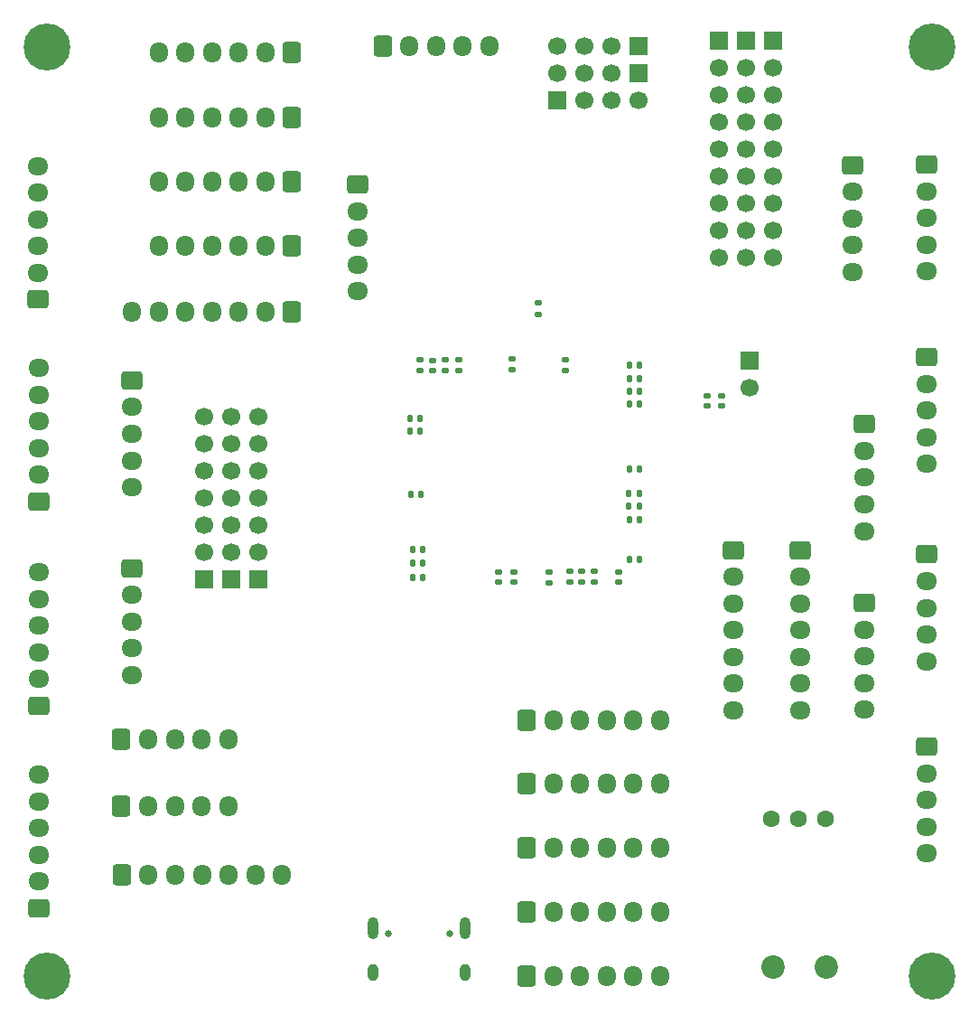
<source format=gbr>
%TF.GenerationSoftware,KiCad,Pcbnew,9.0.4-9.0.4-0~ubuntu24.04.1*%
%TF.CreationDate,2025-09-24T00:09:48+02:00*%
%TF.ProjectId,CarteMere,43617274-654d-4657-9265-2e6b69636164,rev?*%
%TF.SameCoordinates,Original*%
%TF.FileFunction,Soldermask,Bot*%
%TF.FilePolarity,Negative*%
%FSLAX46Y46*%
G04 Gerber Fmt 4.6, Leading zero omitted, Abs format (unit mm)*
G04 Created by KiCad (PCBNEW 9.0.4-9.0.4-0~ubuntu24.04.1) date 2025-09-24 00:09:48*
%MOMM*%
%LPD*%
G01*
G04 APERTURE LIST*
G04 Aperture macros list*
%AMRoundRect*
0 Rectangle with rounded corners*
0 $1 Rounding radius*
0 $2 $3 $4 $5 $6 $7 $8 $9 X,Y pos of 4 corners*
0 Add a 4 corners polygon primitive as box body*
4,1,4,$2,$3,$4,$5,$6,$7,$8,$9,$2,$3,0*
0 Add four circle primitives for the rounded corners*
1,1,$1+$1,$2,$3*
1,1,$1+$1,$4,$5*
1,1,$1+$1,$6,$7*
1,1,$1+$1,$8,$9*
0 Add four rect primitives between the rounded corners*
20,1,$1+$1,$2,$3,$4,$5,0*
20,1,$1+$1,$4,$5,$6,$7,0*
20,1,$1+$1,$6,$7,$8,$9,0*
20,1,$1+$1,$8,$9,$2,$3,0*%
G04 Aperture macros list end*
%ADD10RoundRect,0.250000X-0.600000X-0.725000X0.600000X-0.725000X0.600000X0.725000X-0.600000X0.725000X0*%
%ADD11O,1.700000X1.950000*%
%ADD12RoundRect,0.250000X-0.725000X0.600000X-0.725000X-0.600000X0.725000X-0.600000X0.725000X0.600000X0*%
%ADD13O,1.950000X1.700000*%
%ADD14R,1.700000X1.700000*%
%ADD15C,1.700000*%
%ADD16RoundRect,0.250000X0.725000X-0.600000X0.725000X0.600000X-0.725000X0.600000X-0.725000X-0.600000X0*%
%ADD17RoundRect,0.250000X0.600000X0.725000X-0.600000X0.725000X-0.600000X-0.725000X0.600000X-0.725000X0*%
%ADD18C,4.400000*%
%ADD19C,0.650000*%
%ADD20O,1.000000X2.100000*%
%ADD21O,1.000000X1.600000*%
%ADD22C,1.600000*%
%ADD23C,2.200000*%
%ADD24RoundRect,0.140000X-0.170000X0.140000X-0.170000X-0.140000X0.170000X-0.140000X0.170000X0.140000X0*%
%ADD25RoundRect,0.140000X0.170000X-0.140000X0.170000X0.140000X-0.170000X0.140000X-0.170000X-0.140000X0*%
%ADD26RoundRect,0.140000X-0.140000X-0.170000X0.140000X-0.170000X0.140000X0.170000X-0.140000X0.170000X0*%
%ADD27RoundRect,0.140000X0.140000X0.170000X-0.140000X0.170000X-0.140000X-0.170000X0.140000X-0.170000X0*%
%ADD28RoundRect,0.135000X-0.185000X0.135000X-0.185000X-0.135000X0.185000X-0.135000X0.185000X0.135000X0*%
%ADD29RoundRect,0.135000X0.185000X-0.135000X0.185000X0.135000X-0.185000X0.135000X-0.185000X-0.135000X0*%
%ADD30RoundRect,0.135000X-0.135000X-0.185000X0.135000X-0.185000X0.135000X0.185000X-0.135000X0.185000X0*%
G04 APERTURE END LIST*
D10*
%TO.C,J4*%
X104140000Y-131530000D03*
D11*
X106640000Y-131530000D03*
X109140000Y-131530000D03*
X111640000Y-131530000D03*
X114140000Y-131530000D03*
X116640000Y-131530000D03*
X119140000Y-131530000D03*
%TD*%
D12*
%TO.C,J46*%
X179600000Y-65000000D03*
D13*
X179600000Y-67500000D03*
X179600000Y-70000000D03*
X179600000Y-72500000D03*
X179600000Y-75000000D03*
%TD*%
D10*
%TO.C,J42*%
X104100000Y-118800000D03*
D11*
X106600000Y-118800000D03*
X109100000Y-118800000D03*
X111600000Y-118800000D03*
X114100000Y-118800000D03*
%TD*%
D14*
%TO.C,J39*%
X165180000Y-53380000D03*
D15*
X165180000Y-55920000D03*
X165180000Y-58460000D03*
X165180000Y-61000000D03*
X165180000Y-63540000D03*
X165180000Y-66080000D03*
X165180000Y-68620000D03*
X165180000Y-71160000D03*
X165180000Y-73700000D03*
%TD*%
D16*
%TO.C,J7*%
X96320000Y-134650000D03*
D13*
X96320000Y-132150000D03*
X96320000Y-129650000D03*
X96320000Y-127150000D03*
X96320000Y-124650000D03*
X96320000Y-122150000D03*
%TD*%
D14*
%TO.C,J9*%
X144960000Y-58940000D03*
D15*
X147500000Y-58940000D03*
X150040000Y-58940000D03*
X152580000Y-58940000D03*
%TD*%
D17*
%TO.C,J12*%
X120100000Y-60550000D03*
D11*
X117600000Y-60550000D03*
X115100000Y-60550000D03*
X112600000Y-60550000D03*
X110100000Y-60550000D03*
X107600000Y-60550000D03*
%TD*%
D18*
%TO.C,H2*%
X180100000Y-141000000D03*
%TD*%
D10*
%TO.C,J44*%
X104100000Y-125100000D03*
D11*
X106600000Y-125100000D03*
X109100000Y-125100000D03*
X111600000Y-125100000D03*
X114100000Y-125100000D03*
%TD*%
D14*
%TO.C,J22*%
X152580000Y-53860000D03*
D15*
X150040000Y-53860000D03*
X147500000Y-53860000D03*
X144960000Y-53860000D03*
%TD*%
D12*
%TO.C,J45*%
X179600000Y-119500000D03*
D13*
X179600000Y-122000000D03*
X179600000Y-124500000D03*
X179600000Y-127000000D03*
X179600000Y-129500000D03*
%TD*%
D12*
%TO.C,J37*%
X105100000Y-102800000D03*
D13*
X105100000Y-105300000D03*
X105100000Y-107800000D03*
X105100000Y-110300000D03*
X105100000Y-112800000D03*
%TD*%
D10*
%TO.C,J28*%
X142100000Y-141000000D03*
D11*
X144600000Y-141000000D03*
X147100000Y-141000000D03*
X149600000Y-141000000D03*
X152100000Y-141000000D03*
X154600000Y-141000000D03*
%TD*%
D18*
%TO.C,H4*%
X180100000Y-54000000D03*
%TD*%
D10*
%TO.C,J30*%
X142100000Y-129000000D03*
D11*
X144600000Y-129000000D03*
X147100000Y-129000000D03*
X149600000Y-129000000D03*
X152100000Y-129000000D03*
X154600000Y-129000000D03*
%TD*%
D14*
%TO.C,J40*%
X160100000Y-53380000D03*
D15*
X160100000Y-55920000D03*
X160100000Y-58460000D03*
X160100000Y-61000000D03*
X160100000Y-63540000D03*
X160100000Y-66080000D03*
X160100000Y-68620000D03*
X160100000Y-71160000D03*
X160100000Y-73700000D03*
%TD*%
D16*
%TO.C,J19*%
X96270000Y-77600000D03*
D13*
X96270000Y-75100000D03*
X96270000Y-72600000D03*
X96270000Y-70100000D03*
X96270000Y-67600000D03*
X96270000Y-65100000D03*
%TD*%
D14*
%TO.C,JP1*%
X162950000Y-83310000D03*
D15*
X162950000Y-85850000D03*
%TD*%
D12*
%TO.C,J11*%
X161500000Y-101100000D03*
D13*
X161500000Y-103600000D03*
X161500000Y-106100000D03*
X161500000Y-108600000D03*
X161500000Y-111100000D03*
X161500000Y-113600000D03*
X161500000Y-116100000D03*
%TD*%
D17*
%TO.C,J16*%
X120100000Y-78800000D03*
D11*
X117600000Y-78800000D03*
X115100000Y-78800000D03*
X112600000Y-78800000D03*
X110100000Y-78800000D03*
X107600000Y-78800000D03*
X105100000Y-78800000D03*
%TD*%
D16*
%TO.C,J13*%
X96320000Y-96550000D03*
D13*
X96320000Y-94050000D03*
X96320000Y-91550000D03*
X96320000Y-89050000D03*
X96320000Y-86550000D03*
X96320000Y-84050000D03*
%TD*%
D12*
%TO.C,J33*%
X173740000Y-106050000D03*
D13*
X173740000Y-108550000D03*
X173740000Y-111050000D03*
X173740000Y-113550000D03*
X173740000Y-116050000D03*
%TD*%
D18*
%TO.C,H1*%
X97100000Y-141000000D03*
%TD*%
D17*
%TO.C,J1*%
X120100000Y-66550000D03*
D11*
X117600000Y-66550000D03*
X115100000Y-66550000D03*
X112600000Y-66550000D03*
X110100000Y-66550000D03*
X107600000Y-66550000D03*
%TD*%
D16*
%TO.C,J5*%
X96320000Y-115650000D03*
D13*
X96320000Y-113150000D03*
X96320000Y-110650000D03*
X96320000Y-108150000D03*
X96320000Y-105650000D03*
X96320000Y-103150000D03*
%TD*%
D14*
%TO.C,J14*%
X152580000Y-56400000D03*
D15*
X150040000Y-56400000D03*
X147500000Y-56400000D03*
X144960000Y-56400000D03*
%TD*%
D10*
%TO.C,J36*%
X128600000Y-53900000D03*
D11*
X131100000Y-53900000D03*
X133600000Y-53900000D03*
X136100000Y-53900000D03*
X138600000Y-53900000D03*
%TD*%
D12*
%TO.C,J47*%
X126210000Y-66860000D03*
D13*
X126210000Y-69360000D03*
X126210000Y-71860000D03*
X126210000Y-74360000D03*
X126210000Y-76860000D03*
%TD*%
D14*
%TO.C,J8*%
X116920000Y-103800000D03*
D15*
X116920000Y-101260000D03*
X116920000Y-98720000D03*
X116920000Y-96180000D03*
X116920000Y-93640000D03*
X116920000Y-91100000D03*
X116920000Y-88560000D03*
%TD*%
D14*
%TO.C,J3*%
X111840000Y-103800000D03*
D15*
X111840000Y-101260000D03*
X111840000Y-98720000D03*
X111840000Y-96180000D03*
X111840000Y-93640000D03*
X111840000Y-91100000D03*
X111840000Y-88560000D03*
%TD*%
D12*
%TO.C,J34*%
X105100000Y-85200000D03*
D13*
X105100000Y-87700000D03*
X105100000Y-90200000D03*
X105100000Y-92700000D03*
X105100000Y-95200000D03*
%TD*%
D10*
%TO.C,J29*%
X142100000Y-135000000D03*
D11*
X144600000Y-135000000D03*
X147100000Y-135000000D03*
X149600000Y-135000000D03*
X152100000Y-135000000D03*
X154600000Y-135000000D03*
%TD*%
D12*
%TO.C,J35*%
X172600000Y-65010000D03*
D13*
X172600000Y-67510000D03*
X172600000Y-70010000D03*
X172600000Y-72510000D03*
X172600000Y-75010000D03*
%TD*%
D19*
%TO.C,J48*%
X129080000Y-137050000D03*
X134860000Y-137050000D03*
D20*
X127650000Y-136520000D03*
D21*
X127650000Y-140700000D03*
D20*
X136290000Y-136520000D03*
D21*
X136290000Y-140700000D03*
%TD*%
D14*
%TO.C,J32*%
X162640000Y-53380000D03*
D15*
X162640000Y-55920000D03*
X162640000Y-58460000D03*
X162640000Y-61000000D03*
X162640000Y-63540000D03*
X162640000Y-66080000D03*
X162640000Y-68620000D03*
X162640000Y-71160000D03*
X162640000Y-73700000D03*
%TD*%
D17*
%TO.C,J6*%
X120100000Y-72550000D03*
D11*
X117600000Y-72550000D03*
X115100000Y-72550000D03*
X112600000Y-72550000D03*
X110100000Y-72550000D03*
X107600000Y-72550000D03*
%TD*%
D14*
%TO.C,J2*%
X114380000Y-103800000D03*
D15*
X114380000Y-101260000D03*
X114380000Y-98720000D03*
X114380000Y-96180000D03*
X114380000Y-93640000D03*
X114380000Y-91100000D03*
X114380000Y-88560000D03*
%TD*%
D18*
%TO.C,H3*%
X97100000Y-54000000D03*
%TD*%
D10*
%TO.C,J25*%
X142100000Y-117000000D03*
D11*
X144600000Y-117000000D03*
X147100000Y-117000000D03*
X149600000Y-117000000D03*
X152100000Y-117000000D03*
X154600000Y-117000000D03*
%TD*%
D17*
%TO.C,J18*%
X120080000Y-54480000D03*
D11*
X117580000Y-54480000D03*
X115080000Y-54480000D03*
X112580000Y-54480000D03*
X110080000Y-54480000D03*
X107580000Y-54480000D03*
%TD*%
D22*
%TO.C,U1*%
X170140000Y-126250000D03*
X167600000Y-126250000D03*
X165060000Y-126250000D03*
%TD*%
D10*
%TO.C,J27*%
X142100000Y-123000000D03*
D11*
X144600000Y-123000000D03*
X147100000Y-123000000D03*
X149600000Y-123000000D03*
X152100000Y-123000000D03*
X154600000Y-123000000D03*
%TD*%
D23*
%TO.C,J49*%
X165220000Y-140150000D03*
X170220000Y-140150000D03*
%TD*%
D12*
%TO.C,J10*%
X173740000Y-89300000D03*
D13*
X173740000Y-91800000D03*
X173740000Y-94300000D03*
X173740000Y-96800000D03*
X173740000Y-99300000D03*
%TD*%
D12*
%TO.C,J41*%
X179600000Y-83000000D03*
D13*
X179600000Y-85500000D03*
X179600000Y-88000000D03*
X179600000Y-90500000D03*
X179600000Y-93000000D03*
%TD*%
D12*
%TO.C,J17*%
X167700000Y-101100000D03*
D13*
X167700000Y-103600000D03*
X167700000Y-106100000D03*
X167700000Y-108600000D03*
X167700000Y-111100000D03*
X167700000Y-113600000D03*
X167700000Y-116100000D03*
%TD*%
D12*
%TO.C,J43*%
X179600000Y-101500000D03*
D13*
X179600000Y-104000000D03*
X179600000Y-106500000D03*
X179600000Y-109000000D03*
X179600000Y-111500000D03*
%TD*%
D24*
%TO.C,C26*%
X160370000Y-86620000D03*
X160370000Y-87580000D03*
%TD*%
D25*
%TO.C,C14*%
X132070000Y-84250000D03*
X132070000Y-83290000D03*
%TD*%
D26*
%TO.C,C16*%
X131370000Y-102300000D03*
X132330000Y-102300000D03*
%TD*%
%TO.C,C17*%
X131140000Y-89950000D03*
X132100000Y-89950000D03*
%TD*%
D27*
%TO.C,C29*%
X152650000Y-102000000D03*
X151690000Y-102000000D03*
%TD*%
D25*
%TO.C,C22*%
X144220000Y-104130000D03*
X144220000Y-103170000D03*
%TD*%
D27*
%TO.C,C23*%
X152680000Y-87400000D03*
X151720000Y-87400000D03*
%TD*%
D25*
%TO.C,C19*%
X139420000Y-104110000D03*
X139420000Y-103150000D03*
%TD*%
D27*
%TO.C,C31*%
X152680000Y-86200000D03*
X151720000Y-86200000D03*
%TD*%
D25*
%TO.C,C11*%
X150720000Y-104100000D03*
X150720000Y-103140000D03*
%TD*%
D27*
%TO.C,C25*%
X152650000Y-93500000D03*
X151690000Y-93500000D03*
%TD*%
%TO.C,C27*%
X152650000Y-98250000D03*
X151690000Y-98250000D03*
%TD*%
D26*
%TO.C,C20*%
X151720000Y-83800000D03*
X152680000Y-83800000D03*
%TD*%
D27*
%TO.C,C30*%
X152680000Y-85000000D03*
X151720000Y-85000000D03*
%TD*%
D26*
%TO.C,C5*%
X131160000Y-88800000D03*
X132120000Y-88800000D03*
%TD*%
D25*
%TO.C,C28*%
X140870000Y-104110000D03*
X140870000Y-103150000D03*
%TD*%
D26*
%TO.C,C10*%
X131370000Y-101050000D03*
X132330000Y-101050000D03*
%TD*%
%TO.C,C9*%
X131200000Y-95870000D03*
X132160000Y-95870000D03*
%TD*%
D24*
%TO.C,C33*%
X134470000Y-83290000D03*
X134470000Y-84250000D03*
%TD*%
D27*
%TO.C,C8*%
X132330000Y-103650000D03*
X131370000Y-103650000D03*
%TD*%
D24*
%TO.C,C21*%
X145720000Y-83270000D03*
X145720000Y-84230000D03*
%TD*%
%TO.C,C7*%
X140720000Y-83190000D03*
X140720000Y-84150000D03*
%TD*%
D28*
%TO.C,R20*%
X146120000Y-103080000D03*
X146120000Y-104100000D03*
%TD*%
D29*
%TO.C,R23*%
X143210000Y-78980000D03*
X143210000Y-77960000D03*
%TD*%
D24*
%TO.C,C32*%
X135720000Y-83290000D03*
X135720000Y-84250000D03*
%TD*%
%TO.C,C13*%
X133270000Y-83300000D03*
X133270000Y-84260000D03*
%TD*%
D28*
%TO.C,R21*%
X147270000Y-103080000D03*
X147270000Y-104100000D03*
%TD*%
D30*
%TO.C,R5*%
X151670000Y-97000000D03*
X152690000Y-97000000D03*
%TD*%
D28*
%TO.C,R11*%
X148420000Y-103080000D03*
X148420000Y-104100000D03*
%TD*%
D24*
%TO.C,C24*%
X158970000Y-86620000D03*
X158970000Y-87580000D03*
%TD*%
D30*
%TO.C,R3*%
X151670000Y-95750000D03*
X152690000Y-95750000D03*
%TD*%
M02*

</source>
